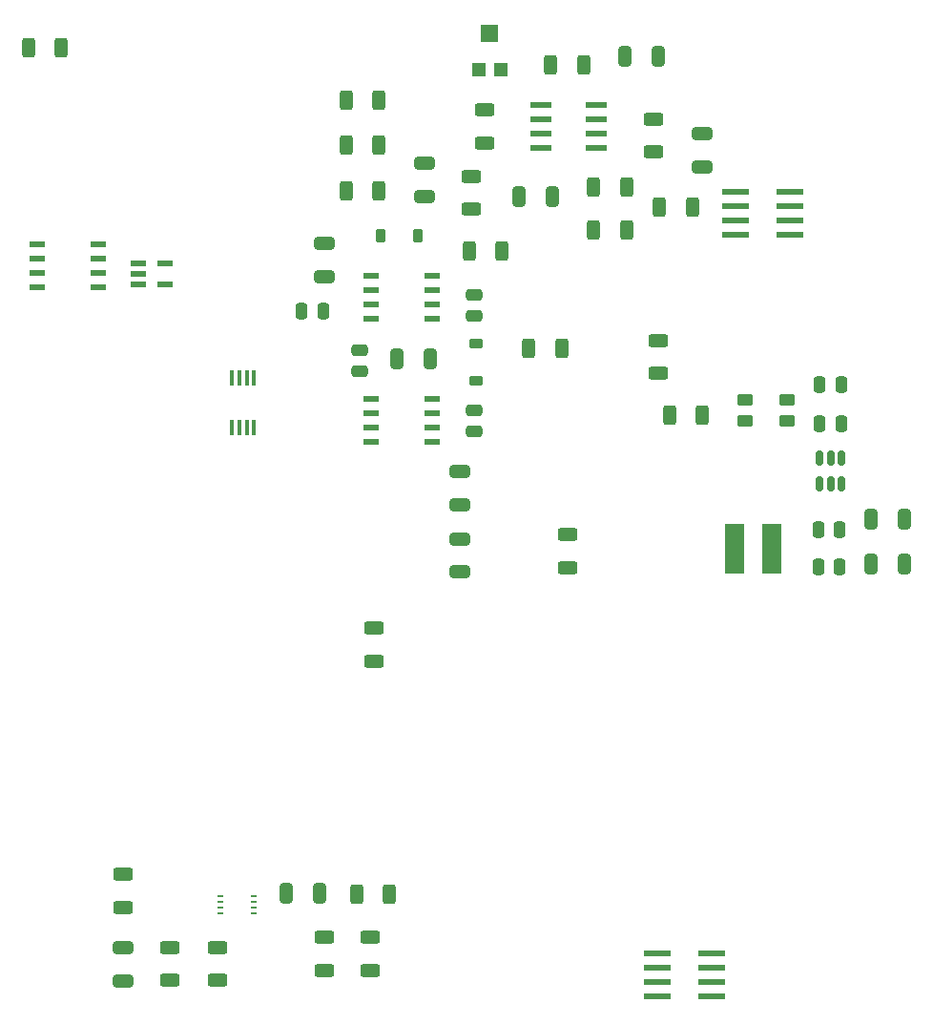
<source format=gtp>
G04 #@! TF.GenerationSoftware,KiCad,Pcbnew,8.0.8*
G04 #@! TF.CreationDate,2025-04-15T10:23:40-07:00*
G04 #@! TF.ProjectId,AtInverter_v2,4174496e-7665-4727-9465-725f76322e6b,v1*
G04 #@! TF.SameCoordinates,Original*
G04 #@! TF.FileFunction,Paste,Top*
G04 #@! TF.FilePolarity,Positive*
%FSLAX46Y46*%
G04 Gerber Fmt 4.6, Leading zero omitted, Abs format (unit mm)*
G04 Created by KiCad (PCBNEW 8.0.8) date 2025-04-15 10:23:40*
%MOMM*%
%LPD*%
G01*
G04 APERTURE LIST*
G04 Aperture macros list*
%AMRoundRect*
0 Rectangle with rounded corners*
0 $1 Rounding radius*
0 $2 $3 $4 $5 $6 $7 $8 $9 X,Y pos of 4 corners*
0 Add a 4 corners polygon primitive as box body*
4,1,4,$2,$3,$4,$5,$6,$7,$8,$9,$2,$3,0*
0 Add four circle primitives for the rounded corners*
1,1,$1+$1,$2,$3*
1,1,$1+$1,$4,$5*
1,1,$1+$1,$6,$7*
1,1,$1+$1,$8,$9*
0 Add four rect primitives between the rounded corners*
20,1,$1+$1,$2,$3,$4,$5,0*
20,1,$1+$1,$4,$5,$6,$7,0*
20,1,$1+$1,$6,$7,$8,$9,0*
20,1,$1+$1,$8,$9,$2,$3,0*%
G04 Aperture macros list end*
%ADD10RoundRect,0.250000X0.650000X-0.325000X0.650000X0.325000X-0.650000X0.325000X-0.650000X-0.325000X0*%
%ADD11RoundRect,0.250000X0.312500X0.625000X-0.312500X0.625000X-0.312500X-0.625000X0.312500X-0.625000X0*%
%ADD12RoundRect,0.250000X-0.625000X0.312500X-0.625000X-0.312500X0.625000X-0.312500X0.625000X0.312500X0*%
%ADD13RoundRect,0.250000X-0.312500X-0.625000X0.312500X-0.625000X0.312500X0.625000X-0.312500X0.625000X0*%
%ADD14R,1.460500X0.533400*%
%ADD15RoundRect,0.225000X0.375000X-0.225000X0.375000X0.225000X-0.375000X0.225000X-0.375000X-0.225000X0*%
%ADD16R,1.981200X0.558800*%
%ADD17RoundRect,0.250000X-0.325000X-0.650000X0.325000X-0.650000X0.325000X0.650000X-0.325000X0.650000X0*%
%ADD18RoundRect,0.250000X0.625000X-0.312500X0.625000X0.312500X-0.625000X0.312500X-0.625000X-0.312500X0*%
%ADD19RoundRect,0.250000X0.325000X0.650000X-0.325000X0.650000X-0.325000X-0.650000X0.325000X-0.650000X0*%
%ADD20RoundRect,0.250000X-0.475000X0.250000X-0.475000X-0.250000X0.475000X-0.250000X0.475000X0.250000X0*%
%ADD21R,0.457200X1.371600*%
%ADD22RoundRect,0.150000X0.150000X-0.512500X0.150000X0.512500X-0.150000X0.512500X-0.150000X-0.512500X0*%
%ADD23R,1.473200X0.558800*%
%ADD24RoundRect,0.250000X0.450000X-0.262500X0.450000X0.262500X-0.450000X0.262500X-0.450000X-0.262500X0*%
%ADD25RoundRect,0.250000X-0.250000X-0.475000X0.250000X-0.475000X0.250000X0.475000X-0.250000X0.475000X0*%
%ADD26R,1.460500X0.558800*%
%ADD27RoundRect,0.250000X0.250000X0.475000X-0.250000X0.475000X-0.250000X-0.475000X0.250000X-0.475000X0*%
%ADD28RoundRect,0.225000X0.225000X0.375000X-0.225000X0.375000X-0.225000X-0.375000X0.225000X-0.375000X0*%
%ADD29R,1.193800X1.193800*%
%ADD30R,1.600200X1.498600*%
%ADD31O,0.599999X0.249999*%
%ADD32R,1.803400X4.495800*%
%ADD33RoundRect,0.250000X-0.650000X0.325000X-0.650000X-0.325000X0.650000X-0.325000X0.650000X0.325000X0*%
%ADD34R,2.469157X0.622132*%
%ADD35RoundRect,0.250000X-0.450000X0.262500X-0.450000X-0.262500X0.450000X-0.262500X0.450000X0.262500X0*%
G04 APERTURE END LIST*
D10*
X100228400Y-57685200D03*
X100228400Y-54735200D03*
D11*
X96204500Y-53136800D03*
X93279500Y-53136800D03*
D12*
X73431400Y-117866700D03*
X73431400Y-120791700D03*
D13*
X121067100Y-58674000D03*
X123992100Y-58674000D03*
D14*
X71304150Y-65760600D03*
X71304150Y-64490600D03*
X71304150Y-63220600D03*
X71304150Y-61950600D03*
X65855850Y-61950600D03*
X65855850Y-63220600D03*
X65855850Y-64490600D03*
X65855850Y-65760600D03*
D15*
X104800400Y-74090800D03*
X104800400Y-70790800D03*
D16*
X110515400Y-49606200D03*
X110515400Y-50876200D03*
X110515400Y-52146200D03*
X110515400Y-53416200D03*
X115443000Y-53416200D03*
X115443000Y-52146200D03*
X115443000Y-50876200D03*
X115443000Y-49606200D03*
D11*
X114343900Y-46024800D03*
X111418900Y-46024800D03*
D17*
X97788200Y-72085200D03*
X100738200Y-72085200D03*
D18*
X77622400Y-127268700D03*
X77622400Y-124343700D03*
D10*
X73431400Y-127281200D03*
X73431400Y-124331200D03*
D19*
X90933800Y-119532400D03*
X87983800Y-119532400D03*
D13*
X115225100Y-56896000D03*
X118150100Y-56896000D03*
D20*
X94488000Y-71313000D03*
X94488000Y-73213000D03*
D18*
X91338400Y-126379700D03*
X91338400Y-123454700D03*
X95402400Y-126379700D03*
X95402400Y-123454700D03*
D21*
X85109598Y-73799700D03*
X84459600Y-73799700D03*
X83809598Y-73799700D03*
X83159600Y-73799700D03*
X83159600Y-78193900D03*
X83809598Y-78193900D03*
X84459600Y-78193900D03*
X85109598Y-78193900D03*
D18*
X112928400Y-90616500D03*
X112928400Y-87691500D03*
D22*
X135321000Y-83179500D03*
X136271000Y-83179500D03*
X137221000Y-83179500D03*
X137221000Y-80904500D03*
X136271000Y-80904500D03*
X135321000Y-80904500D03*
D19*
X120956600Y-45262800D03*
X118006600Y-45262800D03*
D23*
X74803000Y-63616799D03*
X74803000Y-64566800D03*
X74803000Y-65516801D03*
X77190600Y-65516801D03*
X77190600Y-63616799D03*
D24*
X132384800Y-77620500D03*
X132384800Y-75795500D03*
D10*
X103327200Y-85041000D03*
X103327200Y-82091000D03*
D12*
X105566200Y-50048700D03*
X105566200Y-52973700D03*
D13*
X121981500Y-77089000D03*
X124906500Y-77089000D03*
D25*
X135321000Y-74371200D03*
X137221000Y-74371200D03*
D13*
X93257900Y-57200800D03*
X96182900Y-57200800D03*
D25*
X135321000Y-77851000D03*
X137221000Y-77851000D03*
D26*
X95472250Y-64744600D03*
X95472250Y-66014600D03*
X95472250Y-67284600D03*
X95472250Y-68554600D03*
X100920550Y-68554600D03*
X100920550Y-67284600D03*
X100920550Y-66014600D03*
X100920550Y-64744600D03*
D18*
X120929400Y-73395300D03*
X120929400Y-70470300D03*
D19*
X142826000Y-90297000D03*
X139876000Y-90297000D03*
X111562400Y-57708800D03*
X108612400Y-57708800D03*
D27*
X137094000Y-87249000D03*
X135194000Y-87249000D03*
D28*
X99592400Y-61214000D03*
X96292400Y-61214000D03*
D29*
X105029000Y-46456600D03*
X107010200Y-46456600D03*
D30*
X106019600Y-43205400D03*
D31*
X82090000Y-119810401D03*
X82090000Y-120310400D03*
X82090000Y-120810402D03*
X82090000Y-121310400D03*
X85090000Y-121310400D03*
X85090000Y-120810402D03*
X85090000Y-120310400D03*
X85090000Y-119810401D03*
D32*
X127762000Y-88950800D03*
X131064000Y-88950800D03*
D25*
X89321600Y-67919600D03*
X91221600Y-67919600D03*
D11*
X97118900Y-119583200D03*
X94193900Y-119583200D03*
X96182900Y-49174400D03*
X93257900Y-49174400D03*
D26*
X95472250Y-75692000D03*
X95472250Y-76962000D03*
X95472250Y-78232000D03*
X95472250Y-79502000D03*
X100920550Y-79502000D03*
X100920550Y-78232000D03*
X100920550Y-76962000D03*
X100920550Y-75692000D03*
D27*
X137094000Y-90551000D03*
X135194000Y-90551000D03*
D33*
X124843000Y-52151600D03*
X124843000Y-55101600D03*
D20*
X104597200Y-66410800D03*
X104597200Y-68310800D03*
D33*
X91338400Y-61872600D03*
X91338400Y-64822600D03*
D13*
X109484700Y-71170800D03*
X112409700Y-71170800D03*
D20*
X104648000Y-76672400D03*
X104648000Y-78572400D03*
D11*
X68010500Y-44500800D03*
X65085500Y-44500800D03*
D34*
X127814800Y-57277000D03*
X127814800Y-58547000D03*
X127814800Y-59817000D03*
X127814800Y-61087000D03*
X132641998Y-61087000D03*
X132641998Y-59817000D03*
X132641998Y-58547000D03*
X132641998Y-57277000D03*
D11*
X118150100Y-60655200D03*
X115225100Y-60655200D03*
D13*
X104201500Y-62585600D03*
X107126500Y-62585600D03*
D19*
X142826000Y-86360000D03*
X139876000Y-86360000D03*
D12*
X95707200Y-96022700D03*
X95707200Y-98947700D03*
D18*
X120525000Y-53757600D03*
X120525000Y-50832600D03*
X104372400Y-58851900D03*
X104372400Y-55926900D03*
D33*
X103327200Y-88085400D03*
X103327200Y-91035400D03*
D35*
X128651000Y-75795500D03*
X128651000Y-77620500D03*
D18*
X81813400Y-127268700D03*
X81813400Y-124343700D03*
D34*
X120922402Y-124841000D03*
X120922402Y-126111000D03*
X120922402Y-127381000D03*
X120922402Y-128651000D03*
X125749600Y-128651000D03*
X125749600Y-127381000D03*
X125749600Y-126111000D03*
X125749600Y-124841000D03*
M02*

</source>
